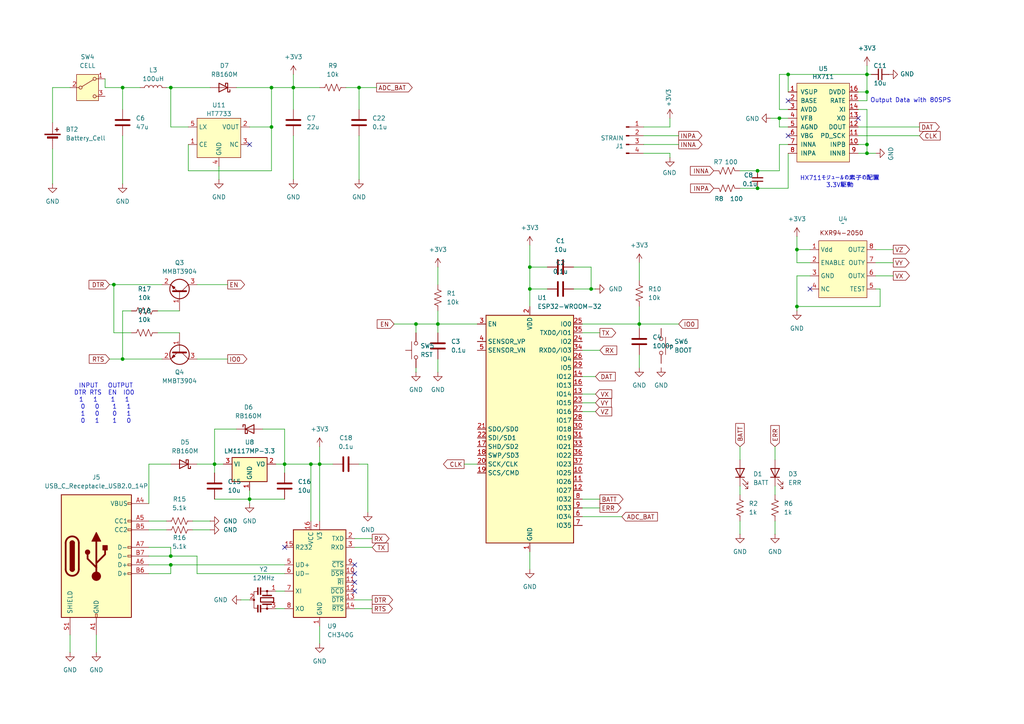
<source format=kicad_sch>
(kicad_sch (version 20231120) (generator "eeschema") (generator_version "8.0")
  (paper "A4")
  (lib_symbols
    (symbol "Connector:Conn_01x04_Male" (pin_names (offset 1.016) hide)
      (property "Reference" "J" (at 0 5.08 0))
      (property "Value" "Conn_01x04_Male" (at 0 -7.62 0))
      (symbol "Conn_01x04_Male_1_1"
        (pin passive line (at 5.08 2.54 180) (length 3.81) (name "Pin_1") (number "1"))
        (pin passive line (at 5.08 0 180) (length 3.81) (name "Pin_2") (number "2"))
        (pin passive line (at 5.08 -2.54 180) (length 3.81) (name "Pin_3") (number "3"))
        (pin passive line (at 5.08 -5.08 180) (length 3.81) (name "Pin_4") (number "4"))
      )
    )
    (symbol "Connector:USB_C_Receptacle_USB2.0_14P" (pin_names (offset 1.016))
      (property "Reference" "J" (at 0 22.225 0))
      (property "Value" "USB_C_Receptacle_USB2.0_14P" (at 0 19.685 0))
      (symbol "USB_C_Receptacle_USB2.0_14P_1_1"
        (pin passive line (at 0 -22.86 90) (length 5.08) (name "GND") (number "A1"))
        (pin passive line (at 0 -22.86 90) (length 5.08) hide (name "GND") (number "A12"))
        (pin passive line (at 15.24 15.24 180) (length 5.08) (name "VBUS") (number "A4"))
        (pin bidirectional line (at 15.24 10.16 180) (length 5.08) (name "CC1") (number "A5"))
        (pin bidirectional line (at 15.24 -2.54 180) (length 5.08) (name "D+") (number "A6"))
        (pin bidirectional line (at 15.24 2.54 180) (length 5.08) (name "D-") (number "A7"))
        (pin passive line (at 15.24 15.24 180) (length 5.08) hide (name "VBUS") (number "A9"))
        (pin passive line (at 0 -22.86 90) (length 5.08) hide (name "GND") (number "B1"))
        (pin passive line (at 0 -22.86 90) (length 5.08) hide (name "GND") (number "B12"))
        (pin passive line (at 15.24 15.24 180) (length 5.08) hide (name "VBUS") (number "B4"))
        (pin bidirectional line (at 15.24 7.62 180) (length 5.08) (name "CC2") (number "B5"))
        (pin bidirectional line (at 15.24 -5.08 180) (length 5.08) (name "D+") (number "B6"))
        (pin bidirectional line (at 15.24 0 180) (length 5.08) (name "D-") (number "B7"))
        (pin passive line (at 15.24 15.24 180) (length 5.08) hide (name "VBUS") (number "B9"))
        (pin passive line (at -7.62 -22.86 90) (length 5.08) (name "SHIELD") (number "S1"))
      )
    )
    (symbol "Device:Battery_Cell" (pin_numbers hide) (pin_names (offset 0) hide)
      (property "Reference" "BT" (at 2.54 2.54 0))
      (property "Value" "Battery_Cell" (at 2.54 0 0))
      (symbol "Battery_Cell_1_1"
        (pin passive line (at 0 5.08 270) (length 2.54) (name "+") (number "1"))
        (pin passive line (at 0 -2.54 90) (length 2.54) (name "-") (number "2"))
      )
    )
    (symbol "Device:C" (pin_numbers hide) (pin_names (offset 0.254))
      (property "Reference" "C" (at 0.635 2.54 0))
      (property "Value" "C" (at 0.635 -2.54 0))
      (symbol "C_1_1"
        (pin passive line (at 0 3.81 270) (length 2.794) (name "~") (number "1"))
        (pin passive line (at 0 -3.81 90) (length 2.794) (name "~") (number "2"))
      )
    )
    (symbol "Device:C_Small" (pin_numbers hide) (pin_names (offset 0.254) hide)
      (property "Reference" "C" (at 0.254 1.778 0))
      (property "Value" "C_Small" (at 0.254 -2.032 0))
      (symbol "C_Small_1_1"
        (pin passive line (at 0 2.54 270) (length 2.032) (name "~") (number "1"))
        (pin passive line (at 0 -2.54 90) (length 2.032) (name "~") (number "2"))
      )
    )
    (symbol "Device:D_Schottky" (pin_numbers hide) (pin_names (offset 1.016) hide)
      (property "Reference" "D" (at 0 2.54 0))
      (property "Value" "D_Schottky" (at 0 -2.54 0))
      (symbol "D_Schottky_1_1"
        (pin passive line (at -3.81 0 0) (length 2.54) (name "K") (number "1"))
        (pin passive line (at 3.81 0 180) (length 2.54) (name "A") (number "2"))
      )
    )
    (symbol "Device:L" (pin_numbers hide) (pin_names (offset 1.016) hide)
      (property "Reference" "L" (at -1.27 0 90))
      (property "Value" "L" (at 1.905 0 90))
      (symbol "L_1_1"
        (pin passive line (at 0 3.81 270) (length 1.27) (name "1") (number "1"))
        (pin passive line (at 0 -3.81 90) (length 1.27) (name "2") (number "2"))
      )
    )
    (symbol "Device:LED" (pin_numbers hide) (pin_names (offset 1.016) hide)
      (property "Reference" "D" (at 0 2.54 0))
      (property "Value" "LED" (at 0 -2.54 0))
      (symbol "LED_1_1"
        (pin passive line (at -3.81 0 0) (length 2.54) (name "K") (number "1"))
        (pin passive line (at 3.81 0 180) (length 2.54) (name "A") (number "2"))
      )
    )
    (symbol "Device:R_US" (pin_numbers hide) (pin_names (offset 0))
      (property "Reference" "R" (at 2.54 0 90))
      (property "Value" "R_US" (at -2.54 0 90))
      (symbol "R_US_1_1"
        (pin passive line (at 0 3.81 270) (length 1.27) (name "~") (number "1"))
        (pin passive line (at 0 -3.81 90) (length 1.27) (name "~") (number "2"))
      )
    )
    (symbol "Device:Resonator_Small" (pin_names (offset 1.016) hide)
      (property "Reference" "Y" (at 3.175 1.905 0))
      (property "Value" "Resonator_Small" (at 3.175 0 0))
      (symbol "Resonator_Small_1_1"
        (pin passive line (at -2.54 2.54 270) (length 1.27) (name "1") (number "1"))
        (pin passive line (at 0 -5.08 90) (length 1.27) (name "2") (number "2"))
        (pin passive line (at 2.54 2.54 270) (length 1.27) (name "3") (number "3"))
      )
    )
    (symbol "Interface_USB:CH340G"
      (property "Reference" "U" (at -5.08 13.97 0))
      (property "Value" "CH340G" (at 1.27 13.97 0))
      (symbol "CH340G_1_1"
        (pin power_in line (at 0 -15.24 90) (length 2.54) (name "GND") (number "1"))
        (pin input line (at 10.16 0 180) (length 2.54) (name "~{DSR}") (number "10"))
        (pin input line (at 10.16 -2.54 180) (length 2.54) (name "~{RI}") (number "11"))
        (pin input line (at 10.16 -5.08 180) (length 2.54) (name "~{DCD}") (number "12"))
        (pin output line (at 10.16 -7.62 180) (length 2.54) (name "~{DTR}") (number "13"))
        (pin output line (at 10.16 -10.16 180) (length 2.54) (name "~{RTS}") (number "14"))
        (pin input line (at -10.16 7.62 0) (length 2.54) (name "R232") (number "15"))
        (pin power_in line (at -2.54 15.24 270) (length 2.54) (name "VCC") (number "16"))
        (pin output line (at 10.16 10.16 180) (length 2.54) (name "TXD") (number "2"))
        (pin input line (at 10.16 7.62 180) (length 2.54) (name "RXD") (number "3"))
        (pin power_out line (at 0 15.24 270) (length 2.54) (name "V3") (number "4"))
        (pin bidirectional line (at -10.16 2.54 0) (length 2.54) (name "UD+") (number "5"))
        (pin bidirectional line (at -10.16 0 0) (length 2.54) (name "UD-") (number "6"))
        (pin input line (at -10.16 -5.08 0) (length 2.54) (name "XI") (number "7"))
        (pin output line (at -10.16 -10.16 0) (length 2.54) (name "XO") (number "8"))
        (pin input line (at 10.16 2.54 180) (length 2.54) (name "~{CTS}") (number "9"))
      )
    )
    (symbol "KUBTSS_parts:HT77xxA_CE_SOT25"
      (property "Reference" "U" (at 0 0 0))
      (symbol "HT77xxA_CE_SOT25_1_1"
        (pin input line (at -8.89 -8.89 0) (length 2.54) (name "CE") (number "1"))
        (pin input line (at 8.89 -3.81 180) (length 2.54) (name "VOUT") (number "2"))
        (pin input line (at 8.89 -8.89 180) (length 2.54) (name "NC") (number "3"))
        (pin input line (at 0 -15.24 90) (length 2.54) (name "GND") (number "4"))
        (pin input line (at -8.89 -3.81 0) (length 2.54) (name "LX") (number "5"))
      )
    )
    (symbol "KUBTSS_parts:KXR94-2050_mod"
      (property "Reference" "U" (at 0 2.54 0))
      (symbol "KXR94-2050_mod_1_1"
        (text "KXR94-2050" (at 0.254 1.016 0) (effects (font (size 1.27 1.27))))
        (pin input line (at -8.89 -3.81 0) (length 2.54) (name "Vdd") (number "1"))
        (pin input line (at -8.89 -7.62 0) (length 2.54) (name "ENABLE") (number "2"))
        (pin input line (at -8.89 -11.43 0) (length 2.54) (name "GND") (number "3"))
        (pin input line (at -8.89 -15.24 0) (length 2.54) (name "NC") (number "4"))
        (pin input line (at 10.16 -15.24 180) (length 2.54) (name "TEST") (number "5"))
        (pin input line (at 10.16 -11.43 180) (length 2.54) (name "OUTX") (number "6"))
        (pin input line (at 10.16 -7.62 180) (length 2.54) (name "OUTY") (number "7"))
        (pin input line (at 10.16 -3.81 180) (length 2.54) (name "OUTZ") (number "8"))
      )
    )
    (symbol "PowerMeter2023-rescue:HX711-RotationBoard_parts" (pin_names (offset 1.016))
      (property "Reference" "U" (at -6.35 13.97 0))
      (property "Value" "HX711-RotationBoard_parts" (at 0 -11.43 0))
      (symbol "HX711-RotationBoard_parts_1_1"
        (pin input line (at -10.16 10.16 0) (length 2.54) (name "VSUP") (number "1"))
        (pin input line (at 10.16 -5.08 180) (length 2.54) (name "INPB") (number "10"))
        (pin input line (at 10.16 -2.54 180) (length 2.54) (name "PD_SCK") (number "11"))
        (pin input line (at 10.16 0 180) (length 2.54) (name "DOUT") (number "12"))
        (pin input line (at 10.16 2.54 180) (length 2.54) (name "XO") (number "13"))
        (pin input line (at 10.16 5.08 180) (length 2.54) (name "XI") (number "14"))
        (pin input line (at 10.16 7.62 180) (length 2.54) (name "RATE") (number "15"))
        (pin input line (at 10.16 10.16 180) (length 2.54) (name "DVDD") (number "16"))
        (pin input line (at -10.16 7.62 0) (length 2.54) (name "BASE") (number "2"))
        (pin input line (at -10.16 5.08 0) (length 2.54) (name "AVDD") (number "3"))
        (pin input line (at -10.16 2.54 0) (length 2.54) (name "VFB") (number "4"))
        (pin input line (at -10.16 0 0) (length 2.54) (name "AGND") (number "5"))
        (pin input line (at -10.16 -2.54 0) (length 2.54) (name "VBG") (number "6"))
        (pin input line (at -10.16 -5.08 0) (length 2.54) (name "INNA") (number "7"))
        (pin input line (at -10.16 -7.62 0) (length 2.54) (name "INPA") (number "8"))
        (pin input line (at 10.16 -7.62 180) (length 2.54) (name "INNB") (number "9"))
      )
    )
    (symbol "RF_Module:ESP32-WROOM-32"
      (property "Reference" "U" (at -12.7 34.29 0))
      (property "Value" "ESP32-WROOM-32" (at 1.27 34.29 0))
      (symbol "ESP32-WROOM-32_1_1"
        (pin power_in line (at 0 -35.56 90) (length 2.54) (name "GND") (number "1"))
        (pin bidirectional line (at 15.24 -12.7 180) (length 2.54) (name "IO25") (number "10"))
        (pin bidirectional line (at 15.24 -15.24 180) (length 2.54) (name "IO26") (number "11"))
        (pin bidirectional line (at 15.24 -17.78 180) (length 2.54) (name "IO27") (number "12"))
        (pin bidirectional line (at 15.24 10.16 180) (length 2.54) (name "IO14") (number "13"))
        (pin bidirectional line (at 15.24 15.24 180) (length 2.54) (name "IO12") (number "14"))
        (pin passive line (at 0 -35.56 90) (length 2.54) hide (name "GND") (number "15"))
        (pin bidirectional line (at 15.24 12.7 180) (length 2.54) (name "IO13") (number "16"))
        (pin bidirectional line (at -15.24 -5.08 0) (length 2.54) (name "SHD/SD2") (number "17"))
        (pin bidirectional line (at -15.24 -7.62 0) (length 2.54) (name "SWP/SD3") (number "18"))
        (pin bidirectional line (at -15.24 -12.7 0) (length 2.54) (name "SCS/CMD") (number "19"))
        (pin power_in line (at 0 35.56 270) (length 2.54) (name "VDD") (number "2"))
        (pin bidirectional line (at -15.24 -10.16 0) (length 2.54) (name "SCK/CLK") (number "20"))
        (pin bidirectional line (at -15.24 0 0) (length 2.54) (name "SDO/SD0") (number "21"))
        (pin bidirectional line (at -15.24 -2.54 0) (length 2.54) (name "SDI/SD1") (number "22"))
        (pin bidirectional line (at 15.24 7.62 180) (length 2.54) (name "IO15") (number "23"))
        (pin bidirectional line (at 15.24 25.4 180) (length 2.54) (name "IO2") (number "24"))
        (pin bidirectional line (at 15.24 30.48 180) (length 2.54) (name "IO0") (number "25"))
        (pin bidirectional line (at 15.24 20.32 180) (length 2.54) (name "IO4") (number "26"))
        (pin bidirectional line (at 15.24 5.08 180) (length 2.54) (name "IO16") (number "27"))
        (pin bidirectional line (at 15.24 2.54 180) (length 2.54) (name "IO17") (number "28"))
        (pin bidirectional line (at 15.24 17.78 180) (length 2.54) (name "IO5") (number "29"))
        (pin input line (at -15.24 30.48 0) (length 2.54) (name "EN") (number "3"))
        (pin bidirectional line (at 15.24 0 180) (length 2.54) (name "IO18") (number "30"))
        (pin bidirectional line (at 15.24 -2.54 180) (length 2.54) (name "IO19") (number "31"))
        (pin no_connect line (at -12.7 -27.94 0) (length 2.54) hide (name "NC") (number "32"))
        (pin bidirectional line (at 15.24 -5.08 180) (length 2.54) (name "IO21") (number "33"))
        (pin bidirectional line (at 15.24 22.86 180) (length 2.54) (name "RXD0/IO3") (number "34"))
        (pin bidirectional line (at 15.24 27.94 180) (length 2.54) (name "TXD0/IO1") (number "35"))
        (pin bidirectional line (at 15.24 -7.62 180) (length 2.54) (name "IO22") (number "36"))
        (pin bidirectional line (at 15.24 -10.16 180) (length 2.54) (name "IO23") (number "37"))
        (pin passive line (at 0 -35.56 90) (length 2.54) hide (name "GND") (number "38"))
        (pin passive line (at 0 -35.56 90) (length 2.54) hide (name "GND") (number "39"))
        (pin input line (at -15.24 25.4 0) (length 2.54) (name "SENSOR_VP") (number "4"))
        (pin input line (at -15.24 22.86 0) (length 2.54) (name "SENSOR_VN") (number "5"))
        (pin input line (at 15.24 -25.4 180) (length 2.54) (name "IO34") (number "6"))
        (pin input line (at 15.24 -27.94 180) (length 2.54) (name "IO35") (number "7"))
        (pin bidirectional line (at 15.24 -20.32 180) (length 2.54) (name "IO32") (number "8"))
        (pin bidirectional line (at 15.24 -22.86 180) (length 2.54) (name "IO33") (number "9"))
      )
    )
    (symbol "Regulator_Linear:LM1117MP-3.3"
      (property "Reference" "U" (at -3.81 3.175 0))
      (property "Value" "LM1117MP-3.3" (at 0 3.175 0))
      (symbol "LM1117MP-3.3_1_1"
        (pin power_in line (at 0 -7.62 90) (length 2.54) (name "GND") (number "1"))
        (pin power_out line (at 7.62 0 180) (length 2.54) (name "VO") (number "2"))
        (pin power_in line (at -7.62 0 0) (length 2.54) (name "VI") (number "3"))
      )
    )
    (symbol "Switch:SW_Push" (pin_numbers hide) (pin_names (offset 1.016) hide)
      (property "Reference" "SW" (at 1.27 2.54 0))
      (property "Value" "SW_Push" (at 0 -1.524 0))
      (symbol "SW_Push_0_1"
        (pin passive line (at -5.08 0 0) (length 2.54) (name "1") (number "1"))
        (pin passive line (at 5.08 0 180) (length 2.54) (name "2") (number "2"))
      )
    )
    (symbol "Switch:SW_SPDT" (pin_names (offset 0) hide)
      (property "Reference" "SW" (at 0 5.08 0))
      (property "Value" "SW_SPDT" (at 0 -5.08 0))
      (symbol "SW_SPDT_1_1"
        (pin passive line (at 5.08 2.54 180) (length 2.54) (name "A") (number "1"))
        (pin passive line (at -5.08 0 0) (length 2.54) (name "B") (number "2"))
        (pin passive line (at 5.08 -2.54 180) (length 2.54) (name "C") (number "3"))
      )
    )
    (symbol "Transistor_BJT:MMBT3904" (pin_names (offset 0) hide)
      (property "Reference" "Q" (at 5.08 1.905 0))
      (property "Value" "MMBT3904" (at 5.08 0 0))
      (symbol "MMBT3904_1_1"
        (pin input line (at -5.08 0 0) (length 5.715) (name "B") (number "1"))
        (pin passive line (at 2.54 -5.08 90) (length 2.54) (name "E") (number "2"))
        (pin passive line (at 2.54 5.08 270) (length 2.54) (name "C") (number "3"))
      )
    )
    (symbol "power:+3V3" (power) (pin_numbers hide) (pin_names (offset 0) hide)
      (property "Value" "+3V3" (at 0 3.556 0))
      (symbol "+3V3_1_1"
        (pin power_in line (at 0 0 90) (length 0) (name "~") (number "1"))
      )
    )
    (symbol "power:+5V" (power) (pin_names (offset 0))
      (property "Value" "+5V" (at 0 3.556 0))
      (symbol "+5V_1_1"
        (pin power_in line (at 0 0 90) (length 0) hide (name "+5V") (number "1"))
      )
    )
    (symbol "power:GND" (power) (pin_numbers hide) (pin_names (offset 0) hide)
      (property "Value" "GND" (at 0 -3.81 0))
      (symbol "GND_1_1"
        (pin power_in line (at 0 0 270) (length 0) (name "~") (number "1"))
      )
    )
    (symbol "power:VDDA" (power) (pin_names (offset 0))
      (property "Value" "VDDA" (at 0 3.81 0))
      (symbol "VDDA_1_1"
        (pin power_in line (at 0 0 90) (length 0) hide (name "VDDA") (number "1"))
      )
    )
  )
  (junction (at 251.46 26.67))
  (junction (at 104.14 25.4))
  (junction (at 49.53 25.4))
  (junction (at 92.71 134.62))
  (junction (at 78.74 25.4))
  (junction (at 49.53 161.29))
  (junction (at 231.14 72.39))
  (junction (at 72.39 144.78))
  (junction (at 33.02 82.55))
  (junction (at 228.6 21.59))
  (junction (at 219.71 54.61))
  (junction (at 226.06 34.29))
  (junction (at 35.56 104.14))
  (junction (at 127 93.98))
  (junction (at 219.71 49.53))
  (junction (at 62.23 134.62))
  (junction (at 78.74 36.83))
  (junction (at 153.67 83.82))
  (junction (at 185.42 93.98))
  (junction (at 90.17 134.62))
  (junction (at 251.46 44.45))
  (junction (at 231.14 88.9))
  (junction (at 35.56 25.4))
  (junction (at 85.09 25.4))
  (junction (at 171.45 83.82))
  (junction (at 251.46 21.59))
  (junction (at 82.55 134.62))
  (junction (at 153.67 77.47))
  (junction (at 251.46 41.91))
  (junction (at 49.53 163.83))
  (junction (at 120.65 93.98))
  (no_connect (at 228.6 39.37))
  (no_connect (at 248.92 34.29))
  (no_connect (at 102.87 163.83))
  (no_connect (at 102.87 168.91))
  (no_connect (at 228.6 29.21))
  (no_connect (at 102.87 166.37))
  (no_connect (at 72.39 41.91))
  (no_connect (at 82.55 158.75))
  (no_connect (at 102.87 171.45))
  (no_connect (at 234.95 83.82))
  (wire (pts (xy 252.73 21.59) (xy 251.46 21.59)))
  (wire (pts (xy 223.52 34.29) (xy 226.06 34.29)))
  (wire (pts (xy 153.67 71.12) (xy 153.67 77.47)))
  (wire (pts (xy 57.15 82.55) (xy 66.04 82.55)))
  (wire (pts (xy 138.43 134.62) (xy 134.62 134.62)))
  (wire (pts (xy 55.88 153.67) (xy 60.96 153.67)))
  (wire (pts (xy 72.39 142.24) (xy 72.39 144.78)))
  (wire (pts (xy 219.71 54.61) (xy 214.63 54.61)))
  (wire (pts (xy 194.31 34.29) (xy 194.31 36.83)))
  (wire (pts (xy 43.18 146.05) (xy 43.18 134.62)))
  (wire (pts (xy 254 80.01) (xy 259.08 80.01)))
  (wire (pts (xy 251.46 44.45) (xy 254 44.45)))
  (wire (pts (xy 85.09 39.37) (xy 85.09 52.07)))
  (wire (pts (xy 106.68 134.62) (xy 106.68 148.59)))
  (wire (pts (xy 43.18 153.67) (xy 48.26 153.67)))
  (wire (pts (xy 153.67 77.47) (xy 158.75 77.47)))
  (wire (pts (xy 226.06 49.53) (xy 226.06 41.91)))
  (wire (pts (xy 104.14 39.37) (xy 104.14 52.07)))
  (wire (pts (xy 114.3 93.98) (xy 120.65 93.98)))
  (wire (pts (xy 33.02 96.52) (xy 33.02 82.55)))
  (wire (pts (xy 234.95 76.2) (xy 231.14 76.2)))
  (wire (pts (xy 78.74 49.53) (xy 78.74 36.83)))
  (wire (pts (xy 82.55 137.16) (xy 82.55 134.62)))
  (wire (pts (xy 185.42 102.87) (xy 185.42 106.68)))
  (wire (pts (xy 248.92 36.83) (xy 266.7 36.83)))
  (wire (pts (xy 30.48 25.4) (xy 35.56 25.4)))
  (wire (pts (xy 100.33 25.4) (xy 104.14 25.4)))
  (wire (pts (xy 226.06 21.59) (xy 228.6 21.59)))
  (wire (pts (xy 171.45 83.82) (xy 172.72 83.82)))
  (wire (pts (xy 168.91 144.78) (xy 173.99 144.78)))
  (wire (pts (xy 43.18 166.37) (xy 49.53 166.37)))
  (wire (pts (xy 35.56 104.14) (xy 31.75 104.14)))
  (wire (pts (xy 153.67 83.82) (xy 153.67 88.9)))
  (wire (pts (xy 45.72 96.52) (xy 52.07 96.52)))
  (wire (pts (xy 80.01 171.45) (xy 82.55 171.45)))
  (wire (pts (xy 43.18 134.62) (xy 49.53 134.62)))
  (wire (pts (xy 127 104.14) (xy 127 107.95)))
  (wire (pts (xy 168.91 109.22) (xy 172.72 109.22)))
  (wire (pts (xy 54.61 41.91) (xy 54.61 49.53)))
  (wire (pts (xy 43.18 158.75) (xy 49.53 158.75)))
  (wire (pts (xy 228.6 26.67) (xy 228.6 21.59)))
  (wire (pts (xy 102.87 158.75) (xy 107.95 158.75)))
  (wire (pts (xy 255.27 88.9) (xy 231.14 88.9)))
  (wire (pts (xy 168.91 149.86) (xy 180.34 149.86)))
  (wire (pts (xy 251.46 26.67) (xy 248.92 26.67)))
  (wire (pts (xy 92.71 181.61) (xy 92.71 186.69)))
  (wire (pts (xy 214.63 49.53) (xy 219.71 49.53)))
  (wire (pts (xy 49.53 36.83) (xy 54.61 36.83)))
  (wire (pts (xy 248.92 31.75) (xy 251.46 31.75)))
  (wire (pts (xy 194.31 45.72) (xy 194.31 44.45)))
  (wire (pts (xy 127 77.47) (xy 127 82.55)))
  (wire (pts (xy 15.24 43.18) (xy 15.24 53.34)))
  (wire (pts (xy 185.42 88.9) (xy 185.42 93.98)))
  (wire (pts (xy 166.37 83.82) (xy 171.45 83.82)))
  (wire (pts (xy 168.91 119.38) (xy 172.72 119.38)))
  (wire (pts (xy 248.92 44.45) (xy 251.46 44.45)))
  (wire (pts (xy 80.01 176.53) (xy 82.55 176.53)))
  (wire (pts (xy 231.14 72.39) (xy 234.95 72.39)))
  (wire (pts (xy 72.39 144.78) (xy 82.55 144.78)))
  (wire (pts (xy 31.75 82.55) (xy 33.02 82.55)))
  (wire (pts (xy 186.69 39.37) (xy 196.85 39.37)))
  (wire (pts (xy 62.23 134.62) (xy 64.77 134.62)))
  (wire (pts (xy 127 93.98) (xy 138.43 93.98)))
  (wire (pts (xy 226.06 31.75) (xy 228.6 31.75)))
  (wire (pts (xy 224.79 151.13) (xy 224.79 154.94)))
  (wire (pts (xy 153.67 83.82) (xy 158.75 83.82)))
  (wire (pts (xy 251.46 19.05) (xy 251.46 21.59)))
  (wire (pts (xy 153.67 160.02) (xy 153.67 165.1)))
  (wire (pts (xy 35.56 90.17) (xy 35.56 104.14)))
  (wire (pts (xy 248.92 39.37) (xy 266.7 39.37)))
  (wire (pts (xy 228.6 54.61) (xy 219.71 54.61)))
  (wire (pts (xy 62.23 134.62) (xy 62.23 137.16)))
  (wire (pts (xy 38.1 96.52) (xy 33.02 96.52)))
  (wire (pts (xy 69.85 173.99) (xy 72.39 173.99)))
  (wire (pts (xy 49.53 36.83) (xy 49.53 25.4)))
  (wire (pts (xy 234.95 80.01) (xy 231.14 80.01)))
  (wire (pts (xy 168.91 93.98) (xy 185.42 93.98)))
  (wire (pts (xy 224.79 140.97) (xy 224.79 143.51)))
  (wire (pts (xy 82.55 134.62) (xy 90.17 134.62)))
  (wire (pts (xy 78.74 25.4) (xy 68.58 25.4)))
  (wire (pts (xy 214.63 129.54) (xy 214.63 133.35)))
  (wire (pts (xy 33.02 82.55) (xy 46.99 82.55)))
  (wire (pts (xy 72.39 144.78) (xy 72.39 146.05)))
  (wire (pts (xy 20.32 25.4) (xy 15.24 25.4)))
  (wire (pts (xy 54.61 49.53) (xy 78.74 49.53)))
  (wire (pts (xy 120.65 106.68) (xy 120.65 107.95)))
  (wire (pts (xy 255.27 83.82) (xy 255.27 88.9)))
  (wire (pts (xy 226.06 36.83) (xy 226.06 34.29)))
  (wire (pts (xy 251.46 29.21) (xy 251.46 26.67)))
  (wire (pts (xy 43.18 151.13) (xy 48.26 151.13)))
  (wire (pts (xy 82.55 124.46) (xy 82.55 134.62)))
  (wire (pts (xy 254 72.39) (xy 259.08 72.39)))
  (wire (pts (xy 228.6 36.83) (xy 226.06 36.83)))
  (wire (pts (xy 104.14 25.4) (xy 109.22 25.4)))
  (wire (pts (xy 82.55 134.62) (xy 80.01 134.62)))
  (wire (pts (xy 78.74 25.4) (xy 85.09 25.4)))
  (wire (pts (xy 68.58 124.46) (xy 62.23 124.46)))
  (wire (pts (xy 231.14 68.58) (xy 231.14 72.39)))
  (wire (pts (xy 104.14 25.4) (xy 104.14 31.75)))
  (wire (pts (xy 168.91 116.84) (xy 172.72 116.84)))
  (wire (pts (xy 76.2 124.46) (xy 82.55 124.46)))
  (wire (pts (xy 62.23 124.46) (xy 62.23 134.62)))
  (wire (pts (xy 85.09 25.4) (xy 85.09 31.75)))
  (wire (pts (xy 49.53 161.29) (xy 57.15 161.29)))
  (wire (pts (xy 20.32 184.15) (xy 20.32 189.23)))
  (wire (pts (xy 168.91 101.6) (xy 173.99 101.6)))
  (wire (pts (xy 63.5 48.26) (xy 63.5 52.07)))
  (wire (pts (xy 15.24 25.4) (xy 15.24 35.56)))
  (wire (pts (xy 57.15 104.14) (xy 66.04 104.14)))
  (wire (pts (xy 120.65 93.98) (xy 120.65 96.52)))
  (wire (pts (xy 27.94 184.15) (xy 27.94 189.23)))
  (wire (pts (xy 55.88 151.13) (xy 60.96 151.13)))
  (wire (pts (xy 228.6 44.45) (xy 228.6 54.61)))
  (wire (pts (xy 57.15 134.62) (xy 62.23 134.62)))
  (wire (pts (xy 92.71 134.62) (xy 96.52 134.62)))
  (wire (pts (xy 185.42 93.98) (xy 185.42 95.25)))
  (wire (pts (xy 38.1 90.17) (xy 35.56 90.17)))
  (wire (pts (xy 35.56 25.4) (xy 35.56 31.75)))
  (wire (pts (xy 171.45 77.47) (xy 171.45 83.82)))
  (wire (pts (xy 214.63 140.97) (xy 214.63 143.51)))
  (wire (pts (xy 35.56 39.37) (xy 35.56 53.34)))
  (wire (pts (xy 248.92 29.21) (xy 251.46 29.21)))
  (wire (pts (xy 92.71 134.62) (xy 92.71 151.13)))
  (wire (pts (xy 214.63 151.13) (xy 214.63 154.94)))
  (wire (pts (xy 49.53 158.75) (xy 49.53 161.29)))
  (wire (pts (xy 254 76.2) (xy 259.08 76.2)))
  (wire (pts (xy 102.87 156.21) (xy 107.95 156.21)))
  (wire (pts (xy 185.42 76.2) (xy 185.42 81.28)))
  (wire (pts (xy 102.87 176.53) (xy 107.95 176.53)))
  (wire (pts (xy 72.39 36.83) (xy 78.74 36.83)))
  (wire (pts (xy 30.48 22.86) (xy 30.48 25.4)))
  (wire (pts (xy 102.87 173.99) (xy 107.95 173.99)))
  (wire (pts (xy 127 93.98) (xy 127 96.52)))
  (wire (pts (xy 231.14 76.2) (xy 231.14 72.39)))
  (wire (pts (xy 57.15 166.37) (xy 82.55 166.37)))
  (wire (pts (xy 231.14 88.9) (xy 231.14 90.17)))
  (wire (pts (xy 45.72 90.17) (xy 52.07 90.17)))
  (wire (pts (xy 251.46 31.75) (xy 251.46 41.91)))
  (wire (pts (xy 153.67 77.47) (xy 153.67 83.82)))
  (wire (pts (xy 186.69 41.91) (xy 196.85 41.91)))
  (wire (pts (xy 90.17 134.62) (xy 90.17 151.13)))
  (wire (pts (xy 35.56 104.14) (xy 46.99 104.14)))
  (wire (pts (xy 49.53 166.37) (xy 49.53 163.83)))
  (wire (pts (xy 248.92 41.91) (xy 251.46 41.91)))
  (wire (pts (xy 168.91 96.52) (xy 173.99 96.52)))
  (wire (pts (xy 40.64 25.4) (xy 35.56 25.4)))
  (wire (pts (xy 251.46 41.91) (xy 251.46 44.45)))
  (wire (pts (xy 168.91 114.3) (xy 172.72 114.3)))
  (wire (pts (xy 226.06 41.91) (xy 228.6 41.91)))
  (wire (pts (xy 62.23 144.78) (xy 72.39 144.78)))
  (wire (pts (xy 226.06 49.53) (xy 219.71 49.53)))
  (wire (pts (xy 48.26 25.4) (xy 49.53 25.4)))
  (wire (pts (xy 57.15 161.29) (xy 57.15 166.37)))
  (wire (pts (xy 127 90.17) (xy 127 93.98)))
  (wire (pts (xy 251.46 21.59) (xy 251.46 26.67)))
  (wire (pts (xy 92.71 129.54) (xy 92.71 134.62)))
  (wire (pts (xy 43.18 161.29) (xy 49.53 161.29)))
  (wire (pts (xy 85.09 21.59) (xy 85.09 25.4)))
  (wire (pts (xy 90.17 134.62) (xy 92.71 134.62)))
  (wire (pts (xy 186.69 44.45) (xy 194.31 44.45)))
  (wire (pts (xy 49.53 163.83) (xy 82.55 163.83)))
  (wire (pts (xy 194.31 36.83) (xy 186.69 36.83)))
  (wire (pts (xy 226.06 34.29) (xy 228.6 34.29)))
  (wire (pts (xy 85.09 25.4) (xy 92.71 25.4)))
  (wire (pts (xy 104.14 134.62) (xy 106.68 134.62)))
  (wire (pts (xy 78.74 36.83) (xy 78.74 25.4)))
  (wire (pts (xy 49.53 25.4) (xy 60.96 25.4)))
  (wire (pts (xy 226.06 31.75) (xy 226.06 21.59)))
  (wire (pts (xy 231.14 80.01) (xy 231.14 88.9)))
  (wire (pts (xy 168.91 147.32) (xy 173.99 147.32)))
  (wire (pts (xy 254 83.82) (xy 255.27 83.82)))
  (wire (pts (xy 166.37 77.47) (xy 171.45 77.47)))
  (wire (pts (xy 43.18 163.83) (xy 49.53 163.83)))
  (wire (pts (xy 120.65 93.98) (xy 127 93.98)))
  (wire (pts (xy 185.42 93.98) (xy 196.85 93.98)))
  (wire (pts (xy 224.79 129.54) (xy 224.79 133.35)))
  (wire (pts (xy 228.6 21.59) (xy 251.46 21.59)))
  (text "HX711モジュールの素子の配置\n3.3V駆動" (at 243.586 52.832 0) (effects (font (size 1.27 1.27))))
  (text "Output Data with 80SPS" (at 264.16 29.21 0) (effects (font (size 1.27 1.27))))
  (text " INPUT   OUTPUT\nDTR RTS  EN  IO0\n 1   1    1   1 \n 0   0    1   1\n 1   0    0   1\n 0   1    1   0" (at 30.226 117.094 0) (effects (font (size 1.27 1.27))))
  (global_label "VX" (shape output) (at 259.08 80.01 0) (property "Intersheetrefs" "${INTERSHEET_REFS}" (effects (hide yes))))
  (global_label "VZ" (shape input) (at 172.72 119.38 0) (property "Intersheetrefs" "${INTERSHEET_REFS}" (effects (hide yes))))
  (global_label "VY" (shape output) (at 259.08 76.2 0) (property "Intersheetrefs" "${INTERSHEET_REFS}" (effects (hide yes))))
  (global_label "VZ" (shape output) (at 259.08 72.39 0) (property "Intersheetrefs" "${INTERSHEET_REFS}" (effects (hide yes))))
  (global_label "VY" (shape input) (at 172.72 116.84 0) (property "Intersheetrefs" "${INTERSHEET_REFS}" (effects (hide yes))))
  (global_label "CLK" (shape output) (at 134.62 134.62 180) (property "Intersheetrefs" "${INTERSHEET_REFS}" (effects (hide yes))))
  (global_label "INNA" (shape input) (at 207.01 49.53 180) (property "Intersheetrefs" "${INTERSHEET_REFS}" (effects (hide yes))))
  (global_label "EN" (shape output) (at 66.04 82.55 0) (property "Intersheetrefs" "${INTERSHEET_REFS}" (effects (hide yes))))
  (global_label "ERR" (shape input) (at 224.79 129.54 90) (property "Intersheetrefs" "${INTERSHEET_REFS}" (effects (hide yes))))
  (global_label "RX" (shape input) (at 173.99 101.6 0) (property "Intersheetrefs" "${INTERSHEET_REFS}" (effects (hide yes))))
  (global_label "EN" (shape input) (at 114.3 93.98 180) (property "Intersheetrefs" "${INTERSHEET_REFS}" (effects (hide yes))))
  (global_label "CLK" (shape input) (at 266.7 39.37 0) (property "Intersheetrefs" "${INTERSHEET_REFS}" (effects (hide yes))))
  (global_label "DAT" (shape output) (at 266.7 36.83 0) (property "Intersheetrefs" "${INTERSHEET_REFS}" (effects (hide yes))))
  (global_label "BATT" (shape input) (at 214.63 129.54 90) (property "Intersheetrefs" "${INTERSHEET_REFS}" (effects (hide yes))))
  (global_label "TX" (shape output) (at 173.99 96.52 0) (property "Intersheetrefs" "${INTERSHEET_REFS}" (effects (hide yes))))
  (global_label "VX" (shape input) (at 172.72 114.3 0) (property "Intersheetrefs" "${INTERSHEET_REFS}" (effects (hide yes))))
  (global_label "RTS" (shape output) (at 107.95 176.53 0) (property "Intersheetrefs" "${INTERSHEET_REFS}" (effects (hide yes))))
  (global_label "DTR" (shape output) (at 107.95 173.99 0) (property "Intersheetrefs" "${INTERSHEET_REFS}" (effects (hide yes))))
  (global_label "DTR" (shape input) (at 31.75 82.55 180) (property "Intersheetrefs" "${INTERSHEET_REFS}" (effects (hide yes))))
  (global_label "INPA" (shape input) (at 207.01 54.61 180) (property "Intersheetrefs" "${INTERSHEET_REFS}" (effects (hide yes))))
  (global_label "BATT" (shape output) (at 173.99 144.78 0) (property "Intersheetrefs" "${INTERSHEET_REFS}" (effects (hide yes))))
  (global_label "RTS" (shape input) (at 31.75 104.14 180) (property "Intersheetrefs" "${INTERSHEET_REFS}" (effects (hide yes))))
  (global_label "ADC_BAT" (shape input) (at 180.34 149.86 0) (property "Intersheetrefs" "${INTERSHEET_REFS}" (effects (hide yes))))
  (global_label "INNA" (shape output) (at 196.85 41.91 0) (property "Intersheetrefs" "${INTERSHEET_REFS}" (effects (hide yes))))
  (global_label "IO0" (shape input) (at 196.85 93.98 0) (property "Intersheetrefs" "${INTERSHEET_REFS}" (effects (hide yes))))
  (global_label "ADC_BAT" (shape output) (at 109.22 25.4 0) (property "Intersheetrefs" "${INTERSHEET_REFS}" (effects (hide yes))))
  (global_label "TX" (shape input) (at 107.95 158.75 0) (property "Intersheetrefs" "${INTERSHEET_REFS}" (effects (hide yes))))
  (global_label "RX" (shape output) (at 107.95 156.21 0) (property "Intersheetrefs" "${INTERSHEET_REFS}" (effects (hide yes))))
  (global_label "INPA" (shape output) (at 196.85 39.37 0) (property "Intersheetrefs" "${INTERSHEET_REFS}" (effects (hide yes))))
  (global_label "DAT" (shape input) (at 172.72 109.22 0) (property "Intersheetrefs" "${INTERSHEET_REFS}" (effects (hide yes))))
  (global_label "ERR" (shape output) (at 173.99 147.32 0) (property "Intersheetrefs" "${INTERSHEET_REFS}" (effects (hide yes))))
  (global_label "IO0" (shape output) (at 66.04 104.14 0) (property "Intersheetrefs" "${INTERSHEET_REFS}" (effects (hide yes))))
  (symbol (lib_id "Device:C") (at 162.56 77.47 90) (unit 1)
    (property "Reference" "C1" (at 162.56 69.85 90))
    (property "Value" "10u" (at 162.56 72.39 90))
    (property "Footprint" "Capacitor_SMD:C_1206_3216Metric" (effects (hide yes)))
    (property "Description" "Unpolarized capacitor" (effects (hide yes)))
  )
  (symbol (lib_id "Connector:Conn_01x04_Male") (at 181.61 39.37 0) (unit 1)
    (property "Reference" "J1" (at 180.8988 42.3672 0) (effects (justify right)))
    (property "Value" "STRAIN" (at 180.8988 40.0558 0) (effects (justify right)))
    (property "Footprint" "Connector_JST:JST_XH_S4B-XH-A_1x04_P2.50mm_Horizontal" (effects (hide yes)))
  )
  (symbol (lib_id "power:GND") (at 60.96 153.67 90) (unit 1)
    (property "Reference" "#PWR048" (effects (hide yes)))
    (property "Value" "GND" (at 64.77 153.6699 90) (effects (justify right)))
    (property "Description" "Power symbol creates a global label with name \"GND\" , ground" (effects (hide yes)))
  )
  (symbol (lib_id "Device:C") (at 100.33 134.62 90) (unit 1)
    (property "Reference" "C18" (at 100.33 127 90))
    (property "Value" "0.1u" (at 100.33 129.54 90))
    (property "Footprint" "Capacitor_SMD:C_0603_1608Metric" (effects (hide yes)))
    (property "Description" "Unpolarized capacitor" (effects (hide yes)))
  )
  (symbol (lib_id "Device:C") (at 104.14 35.56 0) (unit 1)
    (property "Reference" "C22" (at 107.95 34.2899 0) (effects (justify left)))
    (property "Value" "0.1u" (at 107.95 36.8299 0) (effects (justify left)))
    (property "Footprint" "Capacitor_SMD:C_0603_1608Metric" (effects (hide yes)))
    (property "Description" "Unpolarized capacitor" (effects (hide yes)))
  )
  (symbol (lib_id "power:GND") (at 85.09 52.07 0) (unit 1)
    (property "Reference" "#PWR066" (effects (hide yes)))
    (property "Value" "GND" (at 85.09 57.15 0))
    (property "Description" "Power symbol creates a global label with name \"GND\" , ground" (effects (hide yes)))
  )
  (symbol (lib_id "power:GND") (at 153.67 165.1 0) (unit 1)
    (property "Reference" "#PWR03" (effects (hide yes)))
    (property "Value" "GND" (at 153.67 170.18 0))
    (property "Description" "Power symbol creates a global label with name \"GND\" , ground" (effects (hide yes)))
  )
  (symbol (lib_id "Device:C") (at 127 100.33 0) (unit 1)
    (property "Reference" "C3" (at 130.81 99.0599 0) (effects (justify left)))
    (property "Value" "0.1u" (at 130.81 101.5999 0) (effects (justify left)))
    (property "Footprint" "Capacitor_SMD:C_0603_1608Metric" (effects (hide yes)))
    (property "Description" "Unpolarized capacitor" (effects (hide yes)))
  )
  (symbol (lib_id "power:GND") (at 15.24 53.34 0) (unit 1)
    (property "Reference" "#PWR024" (effects (hide yes)))
    (property "Value" "GND" (at 15.24 58.42 0))
    (property "Description" "Power symbol creates a global label with name \"GND\" , ground" (effects (hide yes)))
  )
  (symbol (lib_id "KUBTSS_parts:KXR94-2050_mod") (at 243.84 68.58 0) (unit 1)
    (property "Reference" "U4" (at 244.475 63.5 0))
    (property "Value" "~" (at 244.475 64.77 0))
    (property "Footprint" "Package_DIP:DIP-8_W7.62mm_Socket" (effects (hide yes)))
  )
  (symbol (lib_id "Device:R_US") (at 127 86.36 0) (unit 1)
    (property "Reference" "R1" (at 129.54 85.0899 0) (effects (justify left)))
    (property "Value" "10k" (at 129.54 87.6299 0) (effects (justify left)))
    (property "Footprint" "Resistor_SMD:R_0603_1608Metric" (effects (hide yes)))
    (property "Description" "Resistor, US symbol" (effects (hide yes)))
  )
  (symbol (lib_id "Device:R_US") (at 52.07 151.13 90) (unit 1)
    (property "Reference" "R15" (at 52.07 144.78 90))
    (property "Value" "5.1k" (at 52.07 147.32 90))
    (property "Footprint" "Resistor_SMD:R_0603_1608Metric" (effects (hide yes)))
    (property "Description" "Resistor, US symbol" (effects (hide yes)))
  )
  (symbol (lib_id "Device:LED") (at 224.79 137.16 90) (unit 1)
    (property "Reference" "D3" (at 228.6 137.4774 90) (effects (justify right)))
    (property "Value" "ERR" (at 228.6 140.0174 90) (effects (justify right)))
    (property "Footprint" "LED_SMD:LED_0603_1608Metric" (effects (hide yes)))
    (property "Description" "Light emitting diode" (effects (hide yes)))
  )
  (symbol (lib_id "Device:LED") (at 214.63 137.16 90) (unit 1)
    (property "Reference" "D1" (at 218.44 137.4774 90) (effects (justify right)))
    (property "Value" "BATT" (at 218.44 140.0174 90) (effects (justify right)))
    (property "Footprint" "LED_SMD:LED_0603_1608Metric" (effects (hide yes)))
    (property "Description" "Light emitting diode" (effects (hide yes)))
  )
  (symbol (lib_id "power:+5V") (at 251.46 19.05 0) (unit 1)
    (property "Reference" "#PWR027" (effects (hide yes)))
    (property "Value" "+3V3" (at 251.46 13.97 0))
  )
  (symbol (lib_id "Device:R_US") (at 210.82 49.53 90) (mirror x) (unit 1)
    (property "Reference" "R7" (at 208.28 46.99 90))
    (property "Value" "100" (at 212.09 46.99 90))
    (property "Footprint" "Resistor_SMD:R_0603_1608Metric" (effects (hide yes)))
  )
  (symbol (lib_id "power:GND") (at 120.65 107.95 0) (unit 1)
    (property "Reference" "#PWR04" (effects (hide yes)))
    (property "Value" "GND" (at 120.65 113.03 0))
    (property "Description" "Power symbol creates a global label with name \"GND\" , ground" (effects (hide yes)))
  )
  (symbol (lib_id "power:GND") (at 172.72 83.82 90) (unit 1)
    (property "Reference" "#PWR02" (effects (hide yes)))
    (property "Value" "GND" (at 176.53 83.8199 90) (effects (justify right)))
    (property "Description" "Power symbol creates a global label with name \"GND\" , ground" (effects (hide yes)))
  )
  (symbol (lib_id "Device:D_Schottky") (at 64.77 25.4 180) (unit 1)
    (property "Reference" "D7" (at 65.0875 19.05 0))
    (property "Value" "RB160M" (at 65.0875 21.59 0))
    (property "Footprint" "Diode_SMD:D_0603_1608Metric" (effects (hide yes)))
    (property "Description" "Schottky diode" (effects (hide yes)))
  )
  (symbol (lib_id "Device:R_US") (at 210.82 54.61 90) (mirror x) (unit 1)
    (property "Reference" "R8" (at 208.534 57.658 90))
    (property "Value" "100" (at 213.614 57.658 90))
    (property "Footprint" "Resistor_SMD:R_0603_1608Metric" (effects (hide yes)))
  )
  (symbol (lib_id "Device:R_US") (at 185.42 85.09 0) (unit 1)
    (property "Reference" "R10" (at 187.96 83.8199 0) (effects (justify left)))
    (property "Value" "10k" (at 187.96 86.3599 0) (effects (justify left)))
    (property "Footprint" "Resistor_SMD:R_0603_1608Metric" (effects (hide yes)))
    (property "Description" "Resistor, US symbol" (effects (hide yes)))
  )
  (symbol (lib_id "power:+3V3") (at 185.42 76.2 0) (unit 1)
    (property "Reference" "#PWR011" (effects (hide yes)))
    (property "Value" "+3V3" (at 185.42 71.12 0))
    (property "Description" "Power symbol creates a global label with name \"+3V3\"" (effects (hide yes)))
  )
  (symbol (lib_id "power:GND") (at 194.31 45.72 0) (mirror y) (unit 1)
    (property "Reference" "#PWR021" (effects (hide yes)))
    (property "Value" "GND" (at 194.183 50.1142 0))
  )
  (symbol (lib_id "power:GND") (at 231.14 90.17 0) (unit 1)
    (property "Reference" "#PWR023" (effects (hide yes)))
    (property "Value" "GND" (at 231.14 95.25 0))
    (property "Description" "Power symbol creates a global label with name \"GND\" , ground" (effects (hide yes)))
  )
  (symbol (lib_id "power:GND") (at 223.52 34.29 270) (unit 1)
    (property "Reference" "#PWR025" (effects (hide yes)))
    (property "Value" "GND" (at 220.2688 34.417 90) (effects (justify right)))
  )
  (symbol (lib_id "Device:D_Schottky") (at 72.39 124.46 0) (unit 1)
    (property "Reference" "D6" (at 72.0725 118.11 0))
    (property "Value" "RB160M" (at 72.0725 120.65 0))
    (property "Footprint" "Diode_SMD:D_SOD-123" (effects (hide yes)))
    (property "Description" "Schottky diode" (effects (hide yes)))
  )
  (symbol (lib_id "Transistor_BJT:MMBT3904") (at 52.07 85.09 270) (mirror x) (unit 1)
    (property "Reference" "Q3" (at 52.07 76.2 90))
    (property "Value" "MMBT3904" (at 52.07 78.74 90))
    (property "Footprint" "Package_TO_SOT_SMD:SOT-23" (effects (hide yes)))
    (property "Datasheet" "https://www.onsemi.com/pdf/datasheet/pzt3904-d.pdf" (effects (hide yes)))
    (property "Description" "0.2A Ic, 40V Vce, Small Signal NPN Transistor, SOT-23" (effects (hide yes)))
  )
  (symbol (lib_id "power:+3V3") (at 85.09 21.59 0) (unit 1)
    (property "Reference" "#PWR065" (effects (hide yes)))
    (property "Value" "+3V3" (at 85.09 16.51 0))
    (property "Description" "Power symbol creates a global label with name \"+3V3\"" (effects (hide yes)))
  )
  (symbol (lib_id "Device:R_US") (at 96.52 25.4 90) (unit 1)
    (property "Reference" "R9" (at 96.52 19.05 90))
    (property "Value" "10k" (at 96.52 21.59 90))
    (property "Footprint" "Resistor_SMD:R_0603_1608Metric" (effects (hide yes)))
    (property "Description" "Resistor, US symbol" (effects (hide yes)))
  )
  (symbol (lib_id "power:GND") (at 20.32 189.23 0) (unit 1)
    (property "Reference" "#PWR045" (effects (hide yes)))
    (property "Value" "GND" (at 20.32 194.31 0))
    (property "Description" "Power symbol creates a global label with name \"GND\" , ground" (effects (hide yes)))
  )
  (symbol (lib_id "power:GND") (at 35.56 53.34 0) (unit 1)
    (property "Reference" "#PWR063" (effects (hide yes)))
    (property "Value" "GND" (at 35.56 58.42 0))
    (property "Description" "Power symbol creates a global label with name \"GND\" , ground" (effects (hide yes)))
  )
  (symbol (lib_id "Device:C") (at 35.56 35.56 0) (unit 1)
    (property "Reference" "C6" (at 39.37 34.2899 0) (effects (justify left)))
    (property "Value" "47u" (at 39.37 36.8299 0) (effects (justify left)))
    (property "Footprint" "Capacitor_SMD:C_1210_3225Metric" (effects (hide yes)))
    (property "Description" "Unpolarized capacitor" (effects (hide yes)))
  )
  (symbol (lib_id "power:VDDA") (at 194.31 34.29 0) (mirror y) (unit 1)
    (property "Reference" "#PWR020" (effects (hide yes)))
    (property "Value" "+3V3" (at 193.929 31.0388 90) (effects (justify left)))
  )
  (symbol (lib_id "power:GND") (at 106.68 148.59 0) (unit 1)
    (property "Reference" "#PWR056" (effects (hide yes)))
    (property "Value" "GND" (at 106.68 153.67 0))
    (property "Description" "Power symbol creates a global label with name \"GND\" , ground" (effects (hide yes)))
  )
  (symbol (lib_id "Device:C") (at 185.42 99.06 0) (unit 1)
    (property "Reference" "C4" (at 189.23 97.7899 0) (effects (justify left)))
    (property "Value" "1000p" (at 189.23 100.3299 0) (effects (justify left)))
    (property "Footprint" "Capacitor_SMD:C_0603_1608Metric" (effects (hide yes)))
    (property "Description" "Unpolarized capacitor" (effects (hide yes)))
  )
  (symbol (lib_id "Device:L") (at 44.45 25.4 90) (unit 1)
    (property "Reference" "L3" (at 44.45 20.32 90))
    (property "Value" "100uH" (at 44.45 22.86 90))
    (property "Footprint" "Inductor_THT:L_Axial_L11.0mm_D4.5mm_P5.08mm_Vertical_Fastron_MECC" (effects (hide yes)))
    (property "Description" "Inductor" (effects (hide yes)))
  )
  (symbol (lib_id "power:+3V3") (at 92.71 129.54 0) (unit 1)
    (property "Reference" "#PWR054" (effects (hide yes)))
    (property "Value" "+3V3" (at 92.71 124.46 0))
    (property "Description" "Power symbol creates a global label with name \"+3V3\"" (effects (hide yes)))
  )
  (symbol (lib_id "Switch:SW_Push") (at 120.65 101.6 90) (unit 1)
    (property "Reference" "SW5" (at 121.92 100.3299 90) (effects (justify right)))
    (property "Value" "RST" (at 121.92 102.8699 90) (effects (justify right)))
    (property "Footprint" "Button_Switch_SMD:SW_SPST_PTS810" (effects (hide yes)))
    (property "Description" "Push button switch, generic, two pins" (effects (hide yes)))
  )
  (symbol (lib_id "power:+3V3") (at 153.67 71.12 0) (unit 1)
    (property "Reference" "#PWR01" (effects (hide yes)))
    (property "Value" "+3V3" (at 153.67 66.04 0))
    (property "Description" "Power symbol creates a global label with name \"+3V3\"" (effects (hide yes)))
  )
  (symbol (lib_id "power:+3V3") (at 127 77.47 0) (unit 1)
    (property "Reference" "#PWR07" (effects (hide yes)))
    (property "Value" "+3V3" (at 127 72.39 0))
    (property "Description" "Power symbol creates a global label with name \"+3V3\"" (effects (hide yes)))
  )
  (symbol (lib_id "Device:D_Schottky") (at 53.34 134.62 180) (unit 1)
    (property "Reference" "D5" (at 53.6575 128.27 0))
    (property "Value" "RB160M" (at 53.6575 130.81 0))
    (property "Footprint" "Diode_SMD:D_SOD-123" (effects (hide yes)))
    (property "Description" "Schottky diode" (effects (hide yes)))
  )
  (symbol (lib_id "power:GND") (at 127 107.95 0) (unit 1)
    (property "Reference" "#PWR08" (effects (hide yes)))
    (property "Value" "GND" (at 127 113.03 0))
    (property "Description" "Power symbol creates a global label with name \"GND\" , ground" (effects (hide yes)))
  )
  (symbol (lib_id "power:GND") (at 185.42 106.68 0) (unit 1)
    (property "Reference" "#PWR012" (effects (hide yes)))
    (property "Value" "GND" (at 185.42 111.76 0))
    (property "Description" "Power symbol creates a global label with name \"GND\" , ground" (effects (hide yes)))
  )
  (symbol (lib_id "power:GND") (at 27.94 189.23 0) (unit 1)
    (property "Reference" "#PWR046" (effects (hide yes)))
    (property "Value" "GND" (at 27.94 194.31 0))
    (property "Description" "Power symbol creates a global label with name \"GND\" , ground" (effects (hide yes)))
  )
  (symbol (lib_id "power:GND") (at 254 44.45 90) (mirror x) (unit 1)
    (property "Reference" "#PWR028" (effects (hide yes)))
    (property "Value" "GND" (at 258.3942 44.577 0))
  )
  (symbol (lib_id "power:GND") (at 214.63 154.94 0) (unit 1)
    (property "Reference" "#PWR05" (effects (hide yes)))
    (property "Value" "GND" (at 214.63 160.02 0))
    (property "Description" "Power symbol creates a global label with name \"GND\" , ground" (effects (hide yes)))
  )
  (symbol (lib_id "Device:C_Small") (at 255.27 21.59 270) (unit 1)
    (property "Reference" "C11" (at 255.27 19.05 90))
    (property "Value" "10u" (at 255.27 24.13 90))
    (property "Footprint" "Capacitor_SMD:C_0603_1608Metric" (effects (hide yes)))
  )
  (symbol (lib_id "power:GND") (at 92.71 186.69 0) (unit 1)
    (property "Reference" "#PWR055" (effects (hide yes)))
    (property "Value" "GND" (at 92.71 191.77 0))
    (property "Description" "Power symbol creates a global label with name \"GND\" , ground" (effects (hide yes)))
  )
  (symbol (lib_id "Device:C_Small") (at 219.71 52.07 0) (mirror x) (unit 1)
    (property "Reference" "C8" (at 218.44 50.8 0) (effects (justify right)))
    (property "Value" "0.1u" (at 219.71 53.34 0) (effects (justify right)))
    (property "Footprint" "Capacitor_SMD:C_0603_1608Metric" (effects (hide yes)))
  )
  (symbol (lib_id "Device:R_US") (at 214.63 147.32 0) (unit 1)
    (property "Reference" "R2" (at 217.17 146.0499 0) (effects (justify left)))
    (property "Value" "1k" (at 217.17 148.5899 0) (effects (justify left)))
    (property "Footprint" "Resistor_SMD:R_0603_1608Metric" (effects (hide yes)))
    (property "Description" "Resistor, US symbol" (effects (hide yes)))
  )
  (symbol (lib_id "PowerMeter2023-rescue:HX711-RotationBoard_parts") (at 238.76 36.83 0) (unit 1)
    (property "Reference" "U5" (at 238.76 19.939 0))
    (property "Value" "HX711" (at 238.76 22.2504 0))
    (property "Footprint" "Package_SO:SOP-16_3.9x9.9mm_P1.27mm" (effects (hide yes)))
  )
  (symbol (lib_id "power:GND") (at 63.5 52.07 0) (unit 1)
    (property "Reference" "#PWR064" (effects (hide yes)))
    (property "Value" "GND" (at 63.5 57.15 0))
    (property "Description" "Power symbol creates a global label with name \"GND\" , ground" (effects (hide yes)))
  )
  (symbol (lib_id "Device:R_US") (at 224.79 147.32 0) (unit 1)
    (property "Reference" "R6" (at 227.33 146.0499 0) (effects (justify left)))
    (property "Value" "1k" (at 227.33 148.5899 0) (effects (justify left)))
    (property "Footprint" "Resistor_SMD:R_0603_1608Metric" (effects (hide yes)))
    (property "Description" "Resistor, US symbol" (effects (hide yes)))
  )
  (symbol (lib_id "Switch:SW_SPDT") (at 25.4 25.4 0) (unit 1)
    (property "Reference" "SW4" (at 25.4 16.51 0))
    (property "Value" "CELL" (at 25.4 19.05 0))
    (property "Footprint" "KUBTSS:toggle" (effects (hide yes)))
    (property "Description" "Switch, single pole double throw" (effects (hide yes)))
  )
  (symbol (lib_id "Device:R_US") (at 52.07 153.67 270) (unit 1)
    (property "Reference" "R16" (at 52.07 155.956 90))
    (property "Value" "5.1k" (at 52.07 158.496 90))
    (property "Footprint" "Resistor_SMD:R_0603_1608Metric" (effects (hide yes)))
    (property "Description" "Resistor, US symbol" (effects (hide yes)))
  )
  (symbol (lib_id "Device:R_US") (at 41.91 90.17 90) (unit 1)
    (property "Reference" "R17" (at 41.91 83.82 90))
    (property "Value" "10k" (at 41.91 86.36 90))
    (property "Footprint" "Resistor_SMD:R_0603_1608Metric" (effects (hide yes)))
    (property "Description" "Resistor, US symbol" (effects (hide yes)))
  )
  (symbol (lib_id "Interface_USB:CH340G") (at 92.71 166.37 0) (unit 1)
    (property "Reference" "U9" (at 94.9041 181.61 0) (effects (justify left)))
    (property "Value" "CH340G" (at 94.9041 184.15 0) (effects (justify left)))
    (property "Footprint" "Package_SO:SOIC-16_3.9x9.9mm_P1.27mm" (effects (hide yes)))
    (property "Datasheet" "http://www.datasheet5.com/pdf-local-2195953" (effects (hide yes)))
    (property "Description" "USB serial converter, UART, SOIC-16" (effects (hide yes)))
  )
  (symbol (lib_id "power:+3V3") (at 231.14 68.58 0) (unit 1)
    (property "Reference" "#PWR022" (effects (hide yes)))
    (property "Value" "+3V3" (at 231.14 63.5 0))
    (property "Description" "Power symbol creates a global label with name \"+3V3\"" (effects (hide yes)))
  )
  (symbol (lib_id "Switch:SW_Push") (at 191.77 100.33 270) (unit 1)
    (property "Reference" "SW6" (at 195.58 99.0599 90) (effects (justify left)))
    (property "Value" "BOOT" (at 195.58 101.5999 90) (effects (justify left)))
    (property "Footprint" "Button_Switch_SMD:SW_SPST_PTS810" (effects (hide yes)))
    (property "Description" "Push button switch, generic, two pins" (effects (hide yes)))
  )
  (symbol (lib_id "Device:C") (at 82.55 140.97 0) (unit 1)
    (property "Reference" "C16" (at 86.36 139.6999 0) (effects (justify left)))
    (property "Value" "10u" (at 86.36 142.2399 0) (effects (justify left)))
    (property "Footprint" "Capacitor_SMD:C_1206_3216Metric" (effects (hide yes)))
    (property "Description" "Unpolarized capacitor" (effects (hide yes)))
  )
  (symbol (lib_id "Device:R_US") (at 41.91 96.52 90) (unit 1)
    (property "Reference" "R18" (at 41.91 90.17 90))
    (property "Value" "10k" (at 41.91 92.71 90))
    (property "Footprint" "Resistor_SMD:R_0603_1608Metric" (effects (hide yes)))
    (property "Description" "Resistor, US symbol" (effects (hide yes)))
  )
  (symbol (lib_id "Device:Resonator_Small") (at 77.47 173.99 270) (unit 1)
    (property "Reference" "Y2" (at 76.4667 165.1 90))
    (property "Value" "12MHz" (at 76.4667 167.64 90))
    (property "Footprint" "Crystal:Resonator_SMD_Murata_CSTxExxV-3Pin_3.0x1.1mm" (effects (hide yes)))
    (property "Description" "Three pin ceramic resonator, small symbol" (effects (hide yes)))
  )
  (symbol (lib_id "power:GND") (at 60.96 151.13 90) (unit 1)
    (property "Reference" "#PWR047" (effects (hide yes)))
    (property "Value" "GND" (at 64.77 151.1299 90) (effects (justify right)))
    (property "Description" "Power symbol creates a global label with name \"GND\" , ground" (effects (hide yes)))
  )
  (symbol (lib_id "Device:C") (at 162.56 83.82 90) (unit 1)
    (property "Reference" "C2" (at 162.56 76.2 90))
    (property "Value" "0.1u" (at 162.56 78.74 90))
    (property "Footprint" "Capacitor_SMD:C_0603_1608Metric" (effects (hide yes)))
    (property "Description" "Unpolarized capacitor" (effects (hide yes)))
  )
  (symbol (lib_id "Transistor_BJT:MMBT3904") (at 52.07 101.6 270) (unit 1)
    (property "Reference" "Q4" (at 52.07 107.95 90))
    (property "Value" "MMBT3904" (at 52.07 110.49 90))
    (property "Footprint" "Package_TO_SOT_SMD:SOT-23" (effects (hide yes)))
    (property "Datasheet" "https://www.onsemi.com/pdf/datasheet/pzt3904-d.pdf" (effects (hide yes)))
    (property "Description" "0.2A Ic, 40V Vce, Small Signal NPN Transistor, SOT-23" (effects (hide yes)))
  )
  (symbol (lib_id "RF_Module:ESP32-WROOM-32") (at 153.67 124.46 0) (unit 1)
    (property "Reference" "U1" (at 155.8641 86.36 0) (effects (justify left)))
    (property "Value" "ESP32-WROOM-32" (at 155.8641 88.9 0) (effects (justify left)))
    (property "Footprint" "RF_Module:ESP32-WROOM-32" (effects (hide yes)))
    (property "Datasheet" "https://www.espressif.com/sites/default/files/documentation/esp32-wroom-32_datasheet_en.pdf" (effects (hide yes)))
    (property "Description" "RF Module, ESP32-D0WDQ6 SoC, Wi-Fi 802.11b/g/n, Bluetooth, BLE, 32-bit, 2.7-3.6V, onboard antenna, SMD" (effects (hide yes)))
  )
  (symbol (lib_id "Connector:USB_C_Receptacle_USB2.0_14P") (at 27.94 161.29 0) (unit 1)
    (property "Reference" "J5" (at 27.94 138.43 0))
    (property "Value" "USB_C_Receptacle_USB2.0_14P" (at 27.94 140.97 0))
    (property "Footprint" "Connector_USB:USB_C_Receptacle_HRO_TYPE-C-31-M-12" (effects (hide yes)))
    (property "Datasheet" "https://www.usb.org/sites/default/files/documents/usb_type-c.zip" (effects (hide yes)))
    (property "Description" "USB 2.0-only 14P Type-C Receptacle connector" (effects (hide yes)))
  )
  (symbol (lib_id "Device:C") (at 85.09 35.56 0) (unit 1)
    (property "Reference" "C7" (at 88.9 34.2899 0) (effects (justify left)))
    (property "Value" "22u" (at 88.9 36.8299 0) (effects (justify left)))
    (property "Footprint" "Capacitor_SMD:C_1210_3225Metric" (effects (hide yes)))
    (property "Description" "Unpolarized capacitor" (effects (hide yes)))
  )
  (symbol (lib_id "power:GND") (at 104.14 52.07 0) (unit 1)
    (property "Reference" "#PWR067" (effects (hide yes)))
    (property "Value" "GND" (at 104.14 57.15 0))
    (property "Description" "Power symbol creates a global label with name \"GND\" , ground" (effects (hide yes)))
  )
  (symbol (lib_id "KUBTSS_parts:HT77xxA_CE_SOT25") (at 63.5 33.02 0) (unit 1)
    (property "Reference" "U11" (at 63.5 30.48 0))
    (property "Value" "HT7733" (at 63.5 33.02 0))
    (property "Footprint" "Package_TO_SOT_SMD:SOT-23-5" (effects (hide yes)))
  )
  (symbol (lib_id "power:GND") (at 257.81 21.59 90) (unit 1)
    (property "Reference" "#PWR031" (effects (hide yes)))
    (property "Value" "GND" (at 261.0612 21.463 90) (effects (justify right)))
  )
  (symbol (lib_id "Regulator_Linear:LM1117MP-3.3") (at 72.39 134.62 0) (unit 1)
    (property "Reference" "U8" (at 72.39 128.27 0))
    (property "Value" "LM1117MP-3.3" (at 72.39 130.81 0))
    (property "Footprint" "Package_TO_SOT_SMD:SOT-223-3_TabPin2" (effects (hide yes)))
    (property "Datasheet" "http://www.ti.com/lit/ds/symlink/lm1117.pdf" (effects (hide yes)))
    (property "Description" "800mA Low-Dropout Linear Regulator, 3.3V fixed output, SOT-223" (effects (hide yes)))
  )
  (symbol (lib_id "power:GND") (at 72.39 146.05 0) (unit 1)
    (property "Reference" "#PWR050" (effects (hide yes)))
    (property "Value" "GND" (at 72.39 151.13 0))
    (property "Description" "Power symbol creates a global label with name \"GND\" , ground" (effects (hide yes)))
  )
  (symbol (lib_id "power:GND") (at 69.85 173.99 270) (unit 1)
    (property "Reference" "#PWR049" (effects (hide yes)))
    (property "Value" "GND" (at 66.04 173.9899 90) (effects (justify right)))
    (property "Description" "Power symbol creates a global label with name \"GND\" , ground" (effects (hide yes)))
  )
  (symbol (lib_id "power:GND") (at 191.77 106.68 0) (unit 1)
    (property "Reference" "#PWR013" (effects (hide yes)))
    (property "Value" "GND" (at 191.77 111.76 0))
    (property "Description" "Power symbol creates a global label with name \"GND\" , ground" (effects (hide yes)))
  )
  (symbol (lib_id "Device:Battery_Cell") (at 15.24 40.64 0) (unit 1)
    (property "Reference" "BT2" (at 19.05 37.5284 0) (effects (justify left)))
    (property "Value" "Battery_Cell" (at 19.05 40.0684 0) (effects (justify left)))
    (property "Footprint" "KUBTSS_parts:CellHolder_BH-311-1P24" (effects (hide yes)))
    (property "Description" "Single-cell battery" (effects (hide yes)))
  )
  (symbol (lib_id "power:GND") (at 224.79 154.94 0) (unit 1)
    (property "Reference" "#PWR017" (effects (hide yes)))
    (property "Value" "GND" (at 224.79 160.02 0))
    (property "Description" "Power symbol creates a global label with name \"GND\" , ground" (effects (hide yes)))
  )
  (symbol (lib_id "Device:C") (at 62.23 140.97 0) (unit 1)
    (property "Reference" "C15" (at 66.04 139.6999 0) (effects (justify left)))
    (property "Value" "10u" (at 66.04 142.2399 0) (effects (justify left)))
    (property "Footprint" "Capacitor_SMD:C_1206_3216Metric" (effects (hide yes)))
    (property "Description" "Unpolarized capacitor" (effects (hide yes)))
  )
)
</source>
